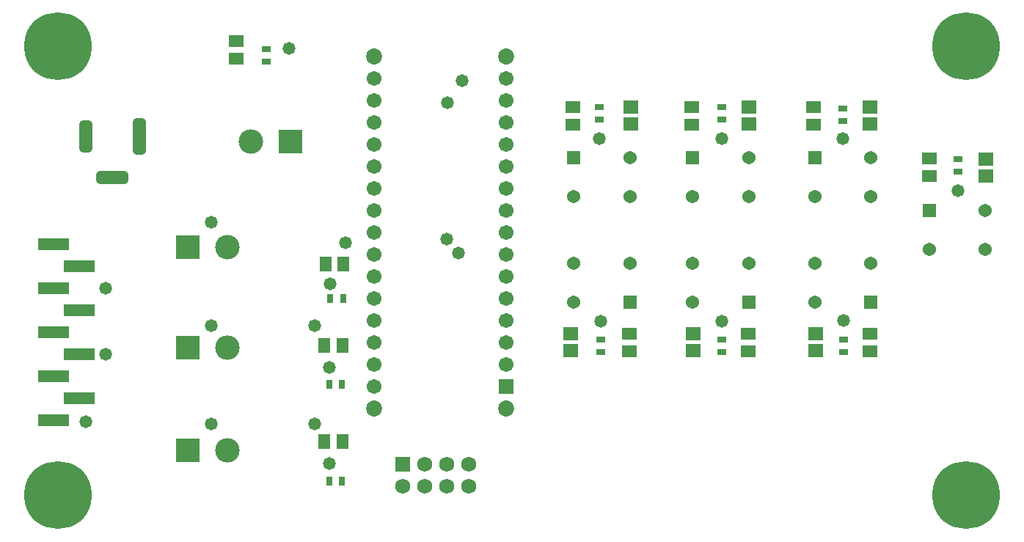
<source format=gts>
G04*
G04 #@! TF.GenerationSoftware,Altium Limited,Altium Designer,21.1.1 (26)*
G04*
G04 Layer_Color=8388736*
%FSLAX25Y25*%
%MOIN*%
G70*
G04*
G04 #@! TF.SameCoordinates,E26435C1-A805-435E-AC10-17EB525BB224*
G04*
G04*
G04 #@! TF.FilePolarity,Negative*
G04*
G01*
G75*
%ADD25R,0.03162X0.03950*%
%ADD26R,0.05721X0.06902*%
%ADD27R,0.14304X0.05800*%
%ADD28R,0.06902X0.05721*%
%ADD29R,0.03950X0.03162*%
%ADD30R,0.06902X0.06115*%
%ADD31C,0.07300*%
%ADD32C,0.06737*%
%ADD33R,0.06737X0.06737*%
%ADD34C,0.11135*%
%ADD35R,0.11135X0.11135*%
%ADD36C,0.06902*%
%ADD37R,0.06902X0.06902*%
G04:AMPARAMS|DCode=38|XSize=145.8mil|YSize=59.18mil|CornerRadius=16.8mil|HoleSize=0mil|Usage=FLASHONLY|Rotation=180.000|XOffset=0mil|YOffset=0mil|HoleType=Round|Shape=RoundedRectangle|*
%AMROUNDEDRECTD38*
21,1,0.14580,0.02559,0,0,180.0*
21,1,0.11221,0.05918,0,0,180.0*
1,1,0.03359,-0.05610,0.01280*
1,1,0.03359,0.05610,0.01280*
1,1,0.03359,0.05610,-0.01280*
1,1,0.03359,-0.05610,-0.01280*
%
%ADD38ROUNDEDRECTD38*%
G04:AMPARAMS|DCode=39|XSize=145.8mil|YSize=59.18mil|CornerRadius=16.8mil|HoleSize=0mil|Usage=FLASHONLY|Rotation=90.000|XOffset=0mil|YOffset=0mil|HoleType=Round|Shape=RoundedRectangle|*
%AMROUNDEDRECTD39*
21,1,0.14580,0.02559,0,0,90.0*
21,1,0.11221,0.05918,0,0,90.0*
1,1,0.03359,0.01280,0.05610*
1,1,0.03359,0.01280,-0.05610*
1,1,0.03359,-0.01280,-0.05610*
1,1,0.03359,-0.01280,0.05610*
%
%ADD39ROUNDEDRECTD39*%
G04:AMPARAMS|DCode=40|XSize=165.48mil|YSize=59.18mil|CornerRadius=16.8mil|HoleSize=0mil|Usage=FLASHONLY|Rotation=90.000|XOffset=0mil|YOffset=0mil|HoleType=Round|Shape=RoundedRectangle|*
%AMROUNDEDRECTD40*
21,1,0.16548,0.02559,0,0,90.0*
21,1,0.13189,0.05918,0,0,90.0*
1,1,0.03359,0.01280,0.06594*
1,1,0.03359,0.01280,-0.06594*
1,1,0.03359,-0.01280,-0.06594*
1,1,0.03359,-0.01280,0.06594*
%
%ADD40ROUNDEDRECTD40*%
%ADD41R,0.06063X0.06063*%
%ADD42C,0.06063*%
%ADD43C,0.05800*%
%ADD44C,0.30800*%
D25*
X248854Y246000D02*
D03*
X243146D02*
D03*
X248854Y290000D02*
D03*
X243146D02*
D03*
X249354Y329000D02*
D03*
X243646D02*
D03*
D26*
X240967Y264000D02*
D03*
X249038D02*
D03*
X240967Y307500D02*
D03*
X249038D02*
D03*
X241467Y344500D02*
D03*
X249538D02*
D03*
D27*
X118004Y353500D02*
D03*
X129500Y343500D02*
D03*
X118004Y333500D02*
D03*
X129500Y323500D02*
D03*
X118004Y313500D02*
D03*
X129500Y303500D02*
D03*
X118004Y293500D02*
D03*
X129500Y283500D02*
D03*
X118004Y273500D02*
D03*
D28*
X488876Y313035D02*
D03*
Y304965D02*
D03*
X433376D02*
D03*
Y313035D02*
D03*
X379500D02*
D03*
Y304965D02*
D03*
X353785Y416035D02*
D03*
Y407965D02*
D03*
X201000Y446035D02*
D03*
Y437965D02*
D03*
X516000Y392535D02*
D03*
Y384465D02*
D03*
X463285Y416035D02*
D03*
Y407965D02*
D03*
X408000Y416035D02*
D03*
Y407965D02*
D03*
D29*
X477000Y304646D02*
D03*
Y310354D02*
D03*
X421500Y304646D02*
D03*
Y310354D02*
D03*
X366500Y304646D02*
D03*
Y310354D02*
D03*
X529000Y392354D02*
D03*
Y386646D02*
D03*
X421500Y415854D02*
D03*
Y410146D02*
D03*
X476500Y415354D02*
D03*
Y409646D02*
D03*
X365911Y415854D02*
D03*
Y410146D02*
D03*
X214500Y436685D02*
D03*
Y442394D02*
D03*
D30*
X464124Y305161D02*
D03*
Y312839D02*
D03*
X408624Y305161D02*
D03*
Y312839D02*
D03*
X353000Y305161D02*
D03*
Y312839D02*
D03*
X380215Y415839D02*
D03*
Y408161D02*
D03*
X541500Y384661D02*
D03*
Y392339D02*
D03*
X488876Y408161D02*
D03*
Y415839D02*
D03*
X434000Y408161D02*
D03*
Y415839D02*
D03*
D31*
X263500Y279000D02*
D03*
X323500D02*
D03*
X263500Y439000D02*
D03*
X323500D02*
D03*
D32*
X263500Y289000D02*
D03*
Y299000D02*
D03*
Y309000D02*
D03*
Y319000D02*
D03*
Y329000D02*
D03*
Y339000D02*
D03*
Y349000D02*
D03*
Y359000D02*
D03*
Y369000D02*
D03*
Y379000D02*
D03*
Y389000D02*
D03*
Y399000D02*
D03*
Y409000D02*
D03*
Y419000D02*
D03*
Y429000D02*
D03*
X323500D02*
D03*
Y419000D02*
D03*
Y409000D02*
D03*
Y399000D02*
D03*
Y389000D02*
D03*
Y379000D02*
D03*
Y369000D02*
D03*
Y359000D02*
D03*
Y349000D02*
D03*
Y339000D02*
D03*
Y329000D02*
D03*
Y319000D02*
D03*
Y309000D02*
D03*
Y299000D02*
D03*
D33*
Y289000D02*
D03*
D34*
X197000Y259791D02*
D03*
Y352291D02*
D03*
Y306500D02*
D03*
X207500Y400209D02*
D03*
D35*
X178890Y259791D02*
D03*
Y352291D02*
D03*
Y306500D02*
D03*
X225610Y400209D02*
D03*
D36*
X306500Y243500D02*
D03*
X296500D02*
D03*
X286500D02*
D03*
X276500D02*
D03*
X306500Y253500D02*
D03*
X296500D02*
D03*
X286500D02*
D03*
D37*
X276500D02*
D03*
D38*
X144402Y383996D02*
D03*
D39*
X132591Y402500D02*
D03*
D40*
X157000D02*
D03*
D41*
X515705Y368858D02*
D03*
X463705Y392858D02*
D03*
X354205D02*
D03*
X379795Y327142D02*
D03*
X408205Y392858D02*
D03*
X489295Y327142D02*
D03*
X433795D02*
D03*
D42*
X541295Y368858D02*
D03*
X515705Y351142D02*
D03*
X541295D02*
D03*
X489295Y392858D02*
D03*
X463705Y375142D02*
D03*
X489295D02*
D03*
X379795D02*
D03*
X354205D02*
D03*
X379795Y392858D02*
D03*
X354205Y327142D02*
D03*
X379795Y344858D02*
D03*
X354205D02*
D03*
X433795Y392858D02*
D03*
X408205Y375142D02*
D03*
X433795D02*
D03*
X463705Y344858D02*
D03*
X489295D02*
D03*
X463705Y327142D02*
D03*
X408205Y344858D02*
D03*
X433795D02*
D03*
X408205Y327142D02*
D03*
D43*
X189500Y272000D02*
D03*
Y363500D02*
D03*
Y316500D02*
D03*
X250500Y354124D02*
D03*
X236500Y316500D02*
D03*
Y272000D02*
D03*
X302000Y349500D02*
D03*
X243127Y253872D02*
D03*
X243220Y297720D02*
D03*
X243500Y335500D02*
D03*
X132500Y273000D02*
D03*
X141500Y303500D02*
D03*
Y333500D02*
D03*
X296500Y356000D02*
D03*
X297000Y418000D02*
D03*
X303500Y428000D02*
D03*
X477000Y319000D02*
D03*
X421500Y318500D02*
D03*
X366500D02*
D03*
X529000Y378000D02*
D03*
X476500Y401500D02*
D03*
X366000D02*
D03*
X421500D02*
D03*
X225000Y442500D02*
D03*
D44*
X532500Y443500D02*
D03*
X120000D02*
D03*
X532500Y239500D02*
D03*
X120000D02*
D03*
M02*

</source>
